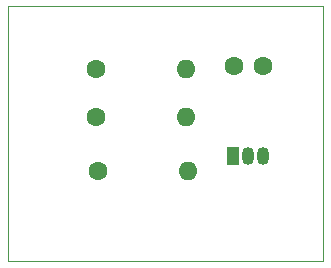
<source format=gbr>
G04 #@! TF.GenerationSoftware,KiCad,Pcbnew,(5.1.2)-2*
G04 #@! TF.CreationDate,2019-08-09T21:52:20-03:00*
G04 #@! TF.ProjectId,Yudao,59756461-6f2e-46b6-9963-61645f706362,rev?*
G04 #@! TF.SameCoordinates,Original*
G04 #@! TF.FileFunction,Copper,L2,Bot*
G04 #@! TF.FilePolarity,Positive*
%FSLAX46Y46*%
G04 Gerber Fmt 4.6, Leading zero omitted, Abs format (unit mm)*
G04 Created by KiCad (PCBNEW (5.1.2)-2) date 2019-08-09 21:52:20*
%MOMM*%
%LPD*%
G04 APERTURE LIST*
%ADD10C,0.050000*%
%ADD11O,1.600000X1.600000*%
%ADD12C,1.600000*%
%ADD13R,1.050000X1.500000*%
%ADD14O,1.050000X1.500000*%
G04 APERTURE END LIST*
D10*
X139700000Y-83820000D02*
X113030000Y-83820000D01*
X139700000Y-85090000D02*
X139700000Y-83820000D01*
X139700000Y-105410000D02*
X139700000Y-85090000D01*
X113030000Y-105410000D02*
X139700000Y-105410000D01*
X113030000Y-83820000D02*
X113030000Y-105410000D01*
D11*
X128270000Y-97790000D03*
D12*
X120650000Y-97790000D03*
D11*
X128075001Y-93205001D03*
D12*
X120455001Y-93205001D03*
D11*
X128075001Y-89155001D03*
D12*
X120455001Y-89155001D03*
D13*
X132080000Y-96520000D03*
D14*
X134620000Y-96520000D03*
X133350000Y-96520000D03*
D12*
X134620000Y-88900000D03*
X132120000Y-88900000D03*
M02*

</source>
